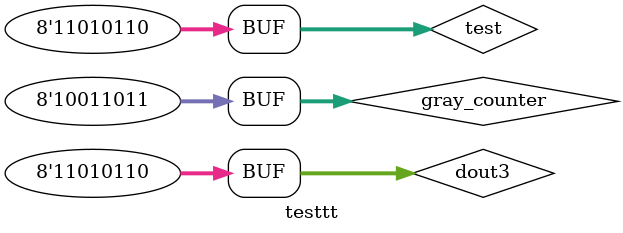
<source format=sv>
`timescale 1ns / 1ps


module testtt(

    );
    logic [7:0] dout3;
    logic [7:0] test;
    logic [7:0] gray_counter = 8'b10011011;
    assign test = {gray_counter[7],gray_counter[7:1]^gray_counter[6:0]};
    assign dout3[7] = gray_counter[7];
       assign         dout3[6] = gray_counter[7] ^ gray_counter[6];
       assign         dout3[5] = gray_counter[6] ^ gray_counter[5];
     assign           dout3[4] = gray_counter[5] ^ gray_counter[4];
       assign         dout3[3] = gray_counter[4] ^ gray_counter[3];
     assign           dout3[2] = gray_counter[3] ^ gray_counter[2];
     assign           dout3[1] = gray_counter[2] ^ gray_counter[1];
       assign         dout3[0] = gray_counter[1] ^ gray_counter[0];
endmodule

</source>
